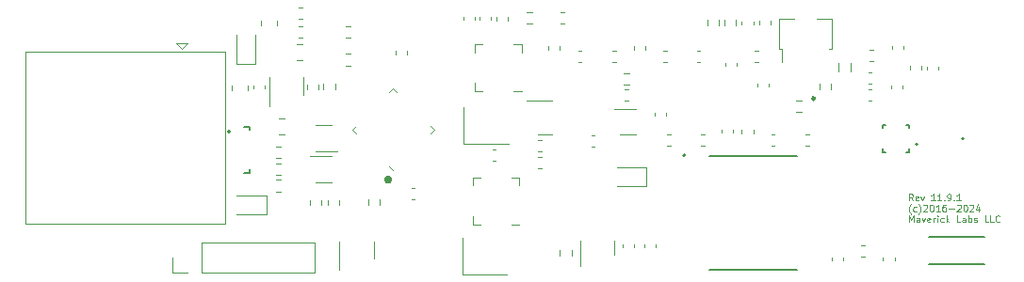
<source format=gbr>
%TF.GenerationSoftware,KiCad,Pcbnew,7.0.5-0*%
%TF.CreationDate,2024-02-03T13:41:04-08:00*%
%TF.ProjectId,transponder-11.9.1,7472616e-7370-46f6-9e64-65722d31312e,rev?*%
%TF.SameCoordinates,Original*%
%TF.FileFunction,Legend,Top*%
%TF.FilePolarity,Positive*%
%FSLAX46Y46*%
G04 Gerber Fmt 4.6, Leading zero omitted, Abs format (unit mm)*
G04 Created by KiCad (PCBNEW 7.0.5-0) date 2024-02-03 13:41:04*
%MOMM*%
%LPD*%
G01*
G04 APERTURE LIST*
%ADD10C,0.300000*%
%ADD11C,0.100000*%
%ADD12C,0.200000*%
%ADD13C,0.120000*%
%ADD14C,0.250000*%
%ADD15C,0.127000*%
%ADD16C,0.152400*%
G04 APERTURE END LIST*
D10*
X135600000Y-104900000D02*
G75*
G03*
X135600000Y-104900000I-200000J0D01*
G01*
D11*
X182551503Y-106789371D02*
X182351503Y-106503657D01*
X182208646Y-106789371D02*
X182208646Y-106189371D01*
X182208646Y-106189371D02*
X182437217Y-106189371D01*
X182437217Y-106189371D02*
X182494360Y-106217942D01*
X182494360Y-106217942D02*
X182522931Y-106246514D01*
X182522931Y-106246514D02*
X182551503Y-106303657D01*
X182551503Y-106303657D02*
X182551503Y-106389371D01*
X182551503Y-106389371D02*
X182522931Y-106446514D01*
X182522931Y-106446514D02*
X182494360Y-106475085D01*
X182494360Y-106475085D02*
X182437217Y-106503657D01*
X182437217Y-106503657D02*
X182208646Y-106503657D01*
X183037217Y-106760800D02*
X182980074Y-106789371D01*
X182980074Y-106789371D02*
X182865789Y-106789371D01*
X182865789Y-106789371D02*
X182808646Y-106760800D01*
X182808646Y-106760800D02*
X182780074Y-106703657D01*
X182780074Y-106703657D02*
X182780074Y-106475085D01*
X182780074Y-106475085D02*
X182808646Y-106417942D01*
X182808646Y-106417942D02*
X182865789Y-106389371D01*
X182865789Y-106389371D02*
X182980074Y-106389371D01*
X182980074Y-106389371D02*
X183037217Y-106417942D01*
X183037217Y-106417942D02*
X183065789Y-106475085D01*
X183065789Y-106475085D02*
X183065789Y-106532228D01*
X183065789Y-106532228D02*
X182780074Y-106589371D01*
X183265789Y-106389371D02*
X183408646Y-106789371D01*
X183408646Y-106789371D02*
X183551503Y-106389371D01*
X184551503Y-106789371D02*
X184208646Y-106789371D01*
X184380075Y-106789371D02*
X184380075Y-106189371D01*
X184380075Y-106189371D02*
X184322932Y-106275085D01*
X184322932Y-106275085D02*
X184265789Y-106332228D01*
X184265789Y-106332228D02*
X184208646Y-106360800D01*
X185122932Y-106789371D02*
X184780075Y-106789371D01*
X184951504Y-106789371D02*
X184951504Y-106189371D01*
X184951504Y-106189371D02*
X184894361Y-106275085D01*
X184894361Y-106275085D02*
X184837218Y-106332228D01*
X184837218Y-106332228D02*
X184780075Y-106360800D01*
X185380076Y-106732228D02*
X185408647Y-106760800D01*
X185408647Y-106760800D02*
X185380076Y-106789371D01*
X185380076Y-106789371D02*
X185351504Y-106760800D01*
X185351504Y-106760800D02*
X185380076Y-106732228D01*
X185380076Y-106732228D02*
X185380076Y-106789371D01*
X185694361Y-106789371D02*
X185808647Y-106789371D01*
X185808647Y-106789371D02*
X185865790Y-106760800D01*
X185865790Y-106760800D02*
X185894361Y-106732228D01*
X185894361Y-106732228D02*
X185951504Y-106646514D01*
X185951504Y-106646514D02*
X185980075Y-106532228D01*
X185980075Y-106532228D02*
X185980075Y-106303657D01*
X185980075Y-106303657D02*
X185951504Y-106246514D01*
X185951504Y-106246514D02*
X185922933Y-106217942D01*
X185922933Y-106217942D02*
X185865790Y-106189371D01*
X185865790Y-106189371D02*
X185751504Y-106189371D01*
X185751504Y-106189371D02*
X185694361Y-106217942D01*
X185694361Y-106217942D02*
X185665790Y-106246514D01*
X185665790Y-106246514D02*
X185637218Y-106303657D01*
X185637218Y-106303657D02*
X185637218Y-106446514D01*
X185637218Y-106446514D02*
X185665790Y-106503657D01*
X185665790Y-106503657D02*
X185694361Y-106532228D01*
X185694361Y-106532228D02*
X185751504Y-106560800D01*
X185751504Y-106560800D02*
X185865790Y-106560800D01*
X185865790Y-106560800D02*
X185922933Y-106532228D01*
X185922933Y-106532228D02*
X185951504Y-106503657D01*
X185951504Y-106503657D02*
X185980075Y-106446514D01*
X186237219Y-106732228D02*
X186265790Y-106760800D01*
X186265790Y-106760800D02*
X186237219Y-106789371D01*
X186237219Y-106789371D02*
X186208647Y-106760800D01*
X186208647Y-106760800D02*
X186237219Y-106732228D01*
X186237219Y-106732228D02*
X186237219Y-106789371D01*
X186837218Y-106789371D02*
X186494361Y-106789371D01*
X186665790Y-106789371D02*
X186665790Y-106189371D01*
X186665790Y-106189371D02*
X186608647Y-106275085D01*
X186608647Y-106275085D02*
X186551504Y-106332228D01*
X186551504Y-106332228D02*
X186494361Y-106360800D01*
X182380074Y-107983942D02*
X182351503Y-107955371D01*
X182351503Y-107955371D02*
X182294360Y-107869657D01*
X182294360Y-107869657D02*
X182265789Y-107812514D01*
X182265789Y-107812514D02*
X182237217Y-107726800D01*
X182237217Y-107726800D02*
X182208646Y-107583942D01*
X182208646Y-107583942D02*
X182208646Y-107469657D01*
X182208646Y-107469657D02*
X182237217Y-107326800D01*
X182237217Y-107326800D02*
X182265789Y-107241085D01*
X182265789Y-107241085D02*
X182294360Y-107183942D01*
X182294360Y-107183942D02*
X182351503Y-107098228D01*
X182351503Y-107098228D02*
X182380074Y-107069657D01*
X182865789Y-107726800D02*
X182808646Y-107755371D01*
X182808646Y-107755371D02*
X182694360Y-107755371D01*
X182694360Y-107755371D02*
X182637217Y-107726800D01*
X182637217Y-107726800D02*
X182608646Y-107698228D01*
X182608646Y-107698228D02*
X182580074Y-107641085D01*
X182580074Y-107641085D02*
X182580074Y-107469657D01*
X182580074Y-107469657D02*
X182608646Y-107412514D01*
X182608646Y-107412514D02*
X182637217Y-107383942D01*
X182637217Y-107383942D02*
X182694360Y-107355371D01*
X182694360Y-107355371D02*
X182808646Y-107355371D01*
X182808646Y-107355371D02*
X182865789Y-107383942D01*
X183065789Y-107983942D02*
X183094360Y-107955371D01*
X183094360Y-107955371D02*
X183151503Y-107869657D01*
X183151503Y-107869657D02*
X183180075Y-107812514D01*
X183180075Y-107812514D02*
X183208646Y-107726800D01*
X183208646Y-107726800D02*
X183237217Y-107583942D01*
X183237217Y-107583942D02*
X183237217Y-107469657D01*
X183237217Y-107469657D02*
X183208646Y-107326800D01*
X183208646Y-107326800D02*
X183180075Y-107241085D01*
X183180075Y-107241085D02*
X183151503Y-107183942D01*
X183151503Y-107183942D02*
X183094360Y-107098228D01*
X183094360Y-107098228D02*
X183065789Y-107069657D01*
X183494360Y-107212514D02*
X183522932Y-107183942D01*
X183522932Y-107183942D02*
X183580075Y-107155371D01*
X183580075Y-107155371D02*
X183722932Y-107155371D01*
X183722932Y-107155371D02*
X183780075Y-107183942D01*
X183780075Y-107183942D02*
X183808646Y-107212514D01*
X183808646Y-107212514D02*
X183837217Y-107269657D01*
X183837217Y-107269657D02*
X183837217Y-107326800D01*
X183837217Y-107326800D02*
X183808646Y-107412514D01*
X183808646Y-107412514D02*
X183465789Y-107755371D01*
X183465789Y-107755371D02*
X183837217Y-107755371D01*
X184208646Y-107155371D02*
X184265789Y-107155371D01*
X184265789Y-107155371D02*
X184322932Y-107183942D01*
X184322932Y-107183942D02*
X184351504Y-107212514D01*
X184351504Y-107212514D02*
X184380075Y-107269657D01*
X184380075Y-107269657D02*
X184408646Y-107383942D01*
X184408646Y-107383942D02*
X184408646Y-107526800D01*
X184408646Y-107526800D02*
X184380075Y-107641085D01*
X184380075Y-107641085D02*
X184351504Y-107698228D01*
X184351504Y-107698228D02*
X184322932Y-107726800D01*
X184322932Y-107726800D02*
X184265789Y-107755371D01*
X184265789Y-107755371D02*
X184208646Y-107755371D01*
X184208646Y-107755371D02*
X184151504Y-107726800D01*
X184151504Y-107726800D02*
X184122932Y-107698228D01*
X184122932Y-107698228D02*
X184094361Y-107641085D01*
X184094361Y-107641085D02*
X184065789Y-107526800D01*
X184065789Y-107526800D02*
X184065789Y-107383942D01*
X184065789Y-107383942D02*
X184094361Y-107269657D01*
X184094361Y-107269657D02*
X184122932Y-107212514D01*
X184122932Y-107212514D02*
X184151504Y-107183942D01*
X184151504Y-107183942D02*
X184208646Y-107155371D01*
X184980075Y-107755371D02*
X184637218Y-107755371D01*
X184808647Y-107755371D02*
X184808647Y-107155371D01*
X184808647Y-107155371D02*
X184751504Y-107241085D01*
X184751504Y-107241085D02*
X184694361Y-107298228D01*
X184694361Y-107298228D02*
X184637218Y-107326800D01*
X185494362Y-107155371D02*
X185380076Y-107155371D01*
X185380076Y-107155371D02*
X185322933Y-107183942D01*
X185322933Y-107183942D02*
X185294362Y-107212514D01*
X185294362Y-107212514D02*
X185237219Y-107298228D01*
X185237219Y-107298228D02*
X185208647Y-107412514D01*
X185208647Y-107412514D02*
X185208647Y-107641085D01*
X185208647Y-107641085D02*
X185237219Y-107698228D01*
X185237219Y-107698228D02*
X185265790Y-107726800D01*
X185265790Y-107726800D02*
X185322933Y-107755371D01*
X185322933Y-107755371D02*
X185437219Y-107755371D01*
X185437219Y-107755371D02*
X185494362Y-107726800D01*
X185494362Y-107726800D02*
X185522933Y-107698228D01*
X185522933Y-107698228D02*
X185551504Y-107641085D01*
X185551504Y-107641085D02*
X185551504Y-107498228D01*
X185551504Y-107498228D02*
X185522933Y-107441085D01*
X185522933Y-107441085D02*
X185494362Y-107412514D01*
X185494362Y-107412514D02*
X185437219Y-107383942D01*
X185437219Y-107383942D02*
X185322933Y-107383942D01*
X185322933Y-107383942D02*
X185265790Y-107412514D01*
X185265790Y-107412514D02*
X185237219Y-107441085D01*
X185237219Y-107441085D02*
X185208647Y-107498228D01*
X185808648Y-107526800D02*
X186265791Y-107526800D01*
X186522933Y-107212514D02*
X186551505Y-107183942D01*
X186551505Y-107183942D02*
X186608648Y-107155371D01*
X186608648Y-107155371D02*
X186751505Y-107155371D01*
X186751505Y-107155371D02*
X186808648Y-107183942D01*
X186808648Y-107183942D02*
X186837219Y-107212514D01*
X186837219Y-107212514D02*
X186865790Y-107269657D01*
X186865790Y-107269657D02*
X186865790Y-107326800D01*
X186865790Y-107326800D02*
X186837219Y-107412514D01*
X186837219Y-107412514D02*
X186494362Y-107755371D01*
X186494362Y-107755371D02*
X186865790Y-107755371D01*
X187237219Y-107155371D02*
X187294362Y-107155371D01*
X187294362Y-107155371D02*
X187351505Y-107183942D01*
X187351505Y-107183942D02*
X187380077Y-107212514D01*
X187380077Y-107212514D02*
X187408648Y-107269657D01*
X187408648Y-107269657D02*
X187437219Y-107383942D01*
X187437219Y-107383942D02*
X187437219Y-107526800D01*
X187437219Y-107526800D02*
X187408648Y-107641085D01*
X187408648Y-107641085D02*
X187380077Y-107698228D01*
X187380077Y-107698228D02*
X187351505Y-107726800D01*
X187351505Y-107726800D02*
X187294362Y-107755371D01*
X187294362Y-107755371D02*
X187237219Y-107755371D01*
X187237219Y-107755371D02*
X187180077Y-107726800D01*
X187180077Y-107726800D02*
X187151505Y-107698228D01*
X187151505Y-107698228D02*
X187122934Y-107641085D01*
X187122934Y-107641085D02*
X187094362Y-107526800D01*
X187094362Y-107526800D02*
X187094362Y-107383942D01*
X187094362Y-107383942D02*
X187122934Y-107269657D01*
X187122934Y-107269657D02*
X187151505Y-107212514D01*
X187151505Y-107212514D02*
X187180077Y-107183942D01*
X187180077Y-107183942D02*
X187237219Y-107155371D01*
X187665791Y-107212514D02*
X187694363Y-107183942D01*
X187694363Y-107183942D02*
X187751506Y-107155371D01*
X187751506Y-107155371D02*
X187894363Y-107155371D01*
X187894363Y-107155371D02*
X187951506Y-107183942D01*
X187951506Y-107183942D02*
X187980077Y-107212514D01*
X187980077Y-107212514D02*
X188008648Y-107269657D01*
X188008648Y-107269657D02*
X188008648Y-107326800D01*
X188008648Y-107326800D02*
X187980077Y-107412514D01*
X187980077Y-107412514D02*
X187637220Y-107755371D01*
X187637220Y-107755371D02*
X188008648Y-107755371D01*
X188522935Y-107355371D02*
X188522935Y-107755371D01*
X188380077Y-107126800D02*
X188237220Y-107555371D01*
X188237220Y-107555371D02*
X188608649Y-107555371D01*
X182208646Y-108721371D02*
X182208646Y-108121371D01*
X182208646Y-108121371D02*
X182408646Y-108549942D01*
X182408646Y-108549942D02*
X182608646Y-108121371D01*
X182608646Y-108121371D02*
X182608646Y-108721371D01*
X183151503Y-108721371D02*
X183151503Y-108407085D01*
X183151503Y-108407085D02*
X183122931Y-108349942D01*
X183122931Y-108349942D02*
X183065788Y-108321371D01*
X183065788Y-108321371D02*
X182951503Y-108321371D01*
X182951503Y-108321371D02*
X182894360Y-108349942D01*
X183151503Y-108692800D02*
X183094360Y-108721371D01*
X183094360Y-108721371D02*
X182951503Y-108721371D01*
X182951503Y-108721371D02*
X182894360Y-108692800D01*
X182894360Y-108692800D02*
X182865788Y-108635657D01*
X182865788Y-108635657D02*
X182865788Y-108578514D01*
X182865788Y-108578514D02*
X182894360Y-108521371D01*
X182894360Y-108521371D02*
X182951503Y-108492800D01*
X182951503Y-108492800D02*
X183094360Y-108492800D01*
X183094360Y-108492800D02*
X183151503Y-108464228D01*
X183380074Y-108321371D02*
X183522931Y-108721371D01*
X183522931Y-108721371D02*
X183665788Y-108321371D01*
X184122931Y-108692800D02*
X184065788Y-108721371D01*
X184065788Y-108721371D02*
X183951503Y-108721371D01*
X183951503Y-108721371D02*
X183894360Y-108692800D01*
X183894360Y-108692800D02*
X183865788Y-108635657D01*
X183865788Y-108635657D02*
X183865788Y-108407085D01*
X183865788Y-108407085D02*
X183894360Y-108349942D01*
X183894360Y-108349942D02*
X183951503Y-108321371D01*
X183951503Y-108321371D02*
X184065788Y-108321371D01*
X184065788Y-108321371D02*
X184122931Y-108349942D01*
X184122931Y-108349942D02*
X184151503Y-108407085D01*
X184151503Y-108407085D02*
X184151503Y-108464228D01*
X184151503Y-108464228D02*
X183865788Y-108521371D01*
X184408646Y-108721371D02*
X184408646Y-108321371D01*
X184408646Y-108435657D02*
X184437217Y-108378514D01*
X184437217Y-108378514D02*
X184465789Y-108349942D01*
X184465789Y-108349942D02*
X184522931Y-108321371D01*
X184522931Y-108321371D02*
X184580074Y-108321371D01*
X184780075Y-108721371D02*
X184780075Y-108321371D01*
X184780075Y-108121371D02*
X184751503Y-108149942D01*
X184751503Y-108149942D02*
X184780075Y-108178514D01*
X184780075Y-108178514D02*
X184808646Y-108149942D01*
X184808646Y-108149942D02*
X184780075Y-108121371D01*
X184780075Y-108121371D02*
X184780075Y-108178514D01*
X185322932Y-108692800D02*
X185265789Y-108721371D01*
X185265789Y-108721371D02*
X185151503Y-108721371D01*
X185151503Y-108721371D02*
X185094360Y-108692800D01*
X185094360Y-108692800D02*
X185065789Y-108664228D01*
X185065789Y-108664228D02*
X185037217Y-108607085D01*
X185037217Y-108607085D02*
X185037217Y-108435657D01*
X185037217Y-108435657D02*
X185065789Y-108378514D01*
X185065789Y-108378514D02*
X185094360Y-108349942D01*
X185094360Y-108349942D02*
X185151503Y-108321371D01*
X185151503Y-108321371D02*
X185265789Y-108321371D01*
X185265789Y-108321371D02*
X185322932Y-108349942D01*
X185580075Y-108721371D02*
X185580075Y-108121371D01*
X185637218Y-108492800D02*
X185808646Y-108721371D01*
X185808646Y-108321371D02*
X185580075Y-108549942D01*
X186808646Y-108721371D02*
X186522932Y-108721371D01*
X186522932Y-108721371D02*
X186522932Y-108121371D01*
X187265789Y-108721371D02*
X187265789Y-108407085D01*
X187265789Y-108407085D02*
X187237217Y-108349942D01*
X187237217Y-108349942D02*
X187180074Y-108321371D01*
X187180074Y-108321371D02*
X187065789Y-108321371D01*
X187065789Y-108321371D02*
X187008646Y-108349942D01*
X187265789Y-108692800D02*
X187208646Y-108721371D01*
X187208646Y-108721371D02*
X187065789Y-108721371D01*
X187065789Y-108721371D02*
X187008646Y-108692800D01*
X187008646Y-108692800D02*
X186980074Y-108635657D01*
X186980074Y-108635657D02*
X186980074Y-108578514D01*
X186980074Y-108578514D02*
X187008646Y-108521371D01*
X187008646Y-108521371D02*
X187065789Y-108492800D01*
X187065789Y-108492800D02*
X187208646Y-108492800D01*
X187208646Y-108492800D02*
X187265789Y-108464228D01*
X187551503Y-108721371D02*
X187551503Y-108121371D01*
X187551503Y-108349942D02*
X187608646Y-108321371D01*
X187608646Y-108321371D02*
X187722931Y-108321371D01*
X187722931Y-108321371D02*
X187780074Y-108349942D01*
X187780074Y-108349942D02*
X187808646Y-108378514D01*
X187808646Y-108378514D02*
X187837217Y-108435657D01*
X187837217Y-108435657D02*
X187837217Y-108607085D01*
X187837217Y-108607085D02*
X187808646Y-108664228D01*
X187808646Y-108664228D02*
X187780074Y-108692800D01*
X187780074Y-108692800D02*
X187722931Y-108721371D01*
X187722931Y-108721371D02*
X187608646Y-108721371D01*
X187608646Y-108721371D02*
X187551503Y-108692800D01*
X188065788Y-108692800D02*
X188122931Y-108721371D01*
X188122931Y-108721371D02*
X188237217Y-108721371D01*
X188237217Y-108721371D02*
X188294360Y-108692800D01*
X188294360Y-108692800D02*
X188322931Y-108635657D01*
X188322931Y-108635657D02*
X188322931Y-108607085D01*
X188322931Y-108607085D02*
X188294360Y-108549942D01*
X188294360Y-108549942D02*
X188237217Y-108521371D01*
X188237217Y-108521371D02*
X188151503Y-108521371D01*
X188151503Y-108521371D02*
X188094360Y-108492800D01*
X188094360Y-108492800D02*
X188065788Y-108435657D01*
X188065788Y-108435657D02*
X188065788Y-108407085D01*
X188065788Y-108407085D02*
X188094360Y-108349942D01*
X188094360Y-108349942D02*
X188151503Y-108321371D01*
X188151503Y-108321371D02*
X188237217Y-108321371D01*
X188237217Y-108321371D02*
X188294360Y-108349942D01*
X189322931Y-108721371D02*
X189037217Y-108721371D01*
X189037217Y-108721371D02*
X189037217Y-108121371D01*
X189808645Y-108721371D02*
X189522931Y-108721371D01*
X189522931Y-108721371D02*
X189522931Y-108121371D01*
X190351502Y-108664228D02*
X190322930Y-108692800D01*
X190322930Y-108692800D02*
X190237216Y-108721371D01*
X190237216Y-108721371D02*
X190180073Y-108721371D01*
X190180073Y-108721371D02*
X190094359Y-108692800D01*
X190094359Y-108692800D02*
X190037216Y-108635657D01*
X190037216Y-108635657D02*
X190008645Y-108578514D01*
X190008645Y-108578514D02*
X189980073Y-108464228D01*
X189980073Y-108464228D02*
X189980073Y-108378514D01*
X189980073Y-108378514D02*
X190008645Y-108264228D01*
X190008645Y-108264228D02*
X190037216Y-108207085D01*
X190037216Y-108207085D02*
X190094359Y-108149942D01*
X190094359Y-108149942D02*
X190180073Y-108121371D01*
X190180073Y-108121371D02*
X190237216Y-108121371D01*
X190237216Y-108121371D02*
X190322930Y-108149942D01*
X190322930Y-108149942D02*
X190351502Y-108178514D01*
D12*
%TO.C,J3*%
X187127500Y-101200000D02*
G75*
G03*
X187127500Y-101200000I-100000J0D01*
G01*
D13*
%TO.C,C35*%
X137060000Y-93309420D02*
X137060000Y-93590580D01*
X136040000Y-93309420D02*
X136040000Y-93590580D01*
%TO.C,C6*%
X166410000Y-100409420D02*
X166410000Y-100690580D01*
X165390000Y-100409420D02*
X165390000Y-100690580D01*
%TO.C,U3*%
X156250000Y-100860000D02*
X157650000Y-100860000D01*
X157650000Y-98540000D02*
X155750000Y-98540000D01*
%TO.C,C15*%
X184860000Y-94684420D02*
X184860000Y-94965580D01*
X183840000Y-94684420D02*
X183840000Y-94965580D01*
D14*
%TO.C,IC1*%
X173750000Y-97575000D02*
G75*
G03*
X173750000Y-97575000I-125000J0D01*
G01*
D13*
%TO.C,C19*%
X167190000Y-90915580D02*
X167190000Y-90634420D01*
X168210000Y-90915580D02*
X168210000Y-90634420D01*
%TO.C,C21*%
X152484420Y-93290000D02*
X152765580Y-93290000D01*
X152484420Y-94310000D02*
X152765580Y-94310000D01*
%TO.C,C27*%
X123290000Y-96715580D02*
X123290000Y-96434420D01*
X124310000Y-96715580D02*
X124310000Y-96434420D01*
%TO.C,L13*%
X125435000Y-90572936D02*
X125435000Y-91027064D01*
X123965000Y-90572936D02*
X123965000Y-91027064D01*
%TO.C,C16*%
X181610000Y-96384420D02*
X181610000Y-96665580D01*
X180590000Y-96384420D02*
X180590000Y-96665580D01*
D15*
%TO.C,U8*%
X182240000Y-102400000D02*
X182240000Y-102130000D01*
X182240000Y-102400000D02*
X181970000Y-102400000D01*
X182240000Y-100000000D02*
X182240000Y-100270000D01*
X182240000Y-100000000D02*
X181970000Y-100000000D01*
X179840000Y-102400000D02*
X180110000Y-102400000D01*
X179840000Y-102400000D02*
X179840000Y-102130000D01*
X179840000Y-100000000D02*
X180110000Y-100000000D01*
X179840000Y-100000000D02*
X179840000Y-100270000D01*
D12*
X183010000Y-101700000D02*
G75*
G03*
X183010000Y-101700000I-100000J0D01*
G01*
D13*
%TO.C,C20*%
X151215580Y-90810000D02*
X150934420Y-90810000D01*
X151215580Y-89790000D02*
X150934420Y-89790000D01*
%TO.C,C1*%
X153659420Y-100890000D02*
X153940580Y-100890000D01*
X153659420Y-101910000D02*
X153940580Y-101910000D01*
%TO.C,L4*%
X175840000Y-95162122D02*
X175840000Y-94362878D01*
X176960000Y-95162122D02*
X176960000Y-94362878D01*
%TO.C,C9*%
X144660000Y-90234420D02*
X144660000Y-90515580D01*
X143640000Y-90234420D02*
X143640000Y-90515580D01*
%TO.C,R5*%
X174177500Y-96762258D02*
X174177500Y-96287742D01*
X175222500Y-96762258D02*
X175222500Y-96287742D01*
%TO.C,C23*%
X178865580Y-97810000D02*
X178584420Y-97810000D01*
X178865580Y-96790000D02*
X178584420Y-96790000D01*
%TO.C,C14*%
X181710000Y-92834420D02*
X181710000Y-93115580D01*
X180690000Y-92834420D02*
X180690000Y-93115580D01*
%TO.C,C3*%
X156684420Y-96790000D02*
X156965580Y-96790000D01*
X156684420Y-97810000D02*
X156965580Y-97810000D01*
%TO.C,C18*%
X163184420Y-93290000D02*
X163465580Y-93290000D01*
X163184420Y-94310000D02*
X163465580Y-94310000D01*
%TO.C,C17*%
X165690000Y-94665580D02*
X165690000Y-94384420D01*
X166710000Y-94665580D02*
X166710000Y-94384420D01*
%TO.C,R17*%
X128377500Y-107212258D02*
X128377500Y-106737742D01*
X129422500Y-107212258D02*
X129422500Y-106737742D01*
%TO.C,R7*%
X128120314Y-96771773D02*
X128120314Y-96297257D01*
X129165314Y-96771773D02*
X129165314Y-96297257D01*
%TO.C,Y2*%
X142100000Y-110150000D02*
X142100000Y-113450000D01*
X142100000Y-113450000D02*
X146100000Y-113450000D01*
%TO.C,U9*%
X128900000Y-105110000D02*
X130300000Y-105110000D01*
X130300000Y-102790000D02*
X128400000Y-102790000D01*
%TO.C,L9*%
X149790000Y-93175279D02*
X149790000Y-92849721D01*
X150810000Y-93175279D02*
X150810000Y-92849721D01*
%TO.C,L12*%
X122810000Y-96385436D02*
X122810000Y-96839564D01*
X121340000Y-96385436D02*
X121340000Y-96839564D01*
%TO.C,L11*%
X160149721Y-93290000D02*
X160475279Y-93290000D01*
X160149721Y-94310000D02*
X160475279Y-94310000D01*
%TO.C,Q7*%
X149500000Y-97740000D02*
X147825000Y-97740000D01*
X149500000Y-97740000D02*
X150150000Y-97740000D01*
X149500000Y-100860000D02*
X148850000Y-100860000D01*
X149500000Y-100860000D02*
X150150000Y-100860000D01*
%TO.C,L7*%
X168324721Y-93290000D02*
X168650279Y-93290000D01*
X168324721Y-94310000D02*
X168650279Y-94310000D01*
%TO.C,D1*%
X121750000Y-94510000D02*
X123450000Y-94510000D01*
X121750000Y-94510000D02*
X121750000Y-91850000D01*
X123450000Y-94510000D02*
X123450000Y-91850000D01*
%TO.C,C7*%
X149165580Y-102310000D02*
X148884420Y-102310000D01*
X149165580Y-101290000D02*
X148884420Y-101290000D01*
%TO.C,R2*%
X166672500Y-90512742D02*
X166672500Y-90987258D01*
X165627500Y-90512742D02*
X165627500Y-90987258D01*
%TO.C,L1*%
X160499721Y-100840000D02*
X160825279Y-100840000D01*
X160499721Y-101860000D02*
X160825279Y-101860000D01*
%TO.C,C25*%
X127665580Y-90410000D02*
X127384420Y-90410000D01*
X127665580Y-89390000D02*
X127384420Y-89390000D01*
%TO.C,J2*%
X115995000Y-113230000D02*
X115995000Y-111900000D01*
X117325000Y-113230000D02*
X115995000Y-113230000D01*
X118595000Y-113230000D02*
X128815000Y-113230000D01*
X118595000Y-113230000D02*
X118595000Y-110570000D01*
X128815000Y-113230000D02*
X128815000Y-110570000D01*
X118595000Y-110570000D02*
X128815000Y-110570000D01*
%TO.C,Q2*%
X152640000Y-111037500D02*
X152640000Y-112712500D01*
X152640000Y-111037500D02*
X152640000Y-110387500D01*
X155760000Y-111037500D02*
X155760000Y-111687500D01*
X155760000Y-111037500D02*
X155760000Y-110387500D01*
%TO.C,C30*%
X156490000Y-111015580D02*
X156490000Y-110734420D01*
X157510000Y-111015580D02*
X157510000Y-110734420D01*
%TO.C,L8*%
X168740000Y-90912779D02*
X168740000Y-90587221D01*
X169760000Y-90912779D02*
X169760000Y-90587221D01*
%TO.C,R8*%
X129577500Y-96762258D02*
X129577500Y-96287742D01*
X130622500Y-96762258D02*
X130622500Y-96287742D01*
D15*
%TO.C,U4*%
X164250000Y-102775000D02*
X172150000Y-102775000D01*
X164250000Y-113025000D02*
X172150000Y-113025000D01*
D12*
X162100000Y-102700000D02*
G75*
G03*
X162100000Y-102700000I-100000J0D01*
G01*
D16*
%TO.C,CR1*%
X122416089Y-100142599D02*
X122947699Y-100142599D01*
X122947699Y-100142599D02*
X122947699Y-100414859D01*
X122947699Y-103985139D02*
X122947699Y-104257399D01*
X122947699Y-104257399D02*
X122416089Y-104257399D01*
X121217399Y-100600000D02*
G75*
G03*
X121217399Y-100600000I-127000J0D01*
G01*
D13*
%TO.C,Y1*%
X142200000Y-98350000D02*
X142200000Y-101650000D01*
X142200000Y-101650000D02*
X146200000Y-101650000D01*
%TO.C,C31*%
X158390000Y-111015580D02*
X158390000Y-110734420D01*
X159410000Y-111015580D02*
X159410000Y-110734420D01*
%TO.C,J1*%
X117350000Y-92650000D02*
X116350000Y-92650000D01*
X116350000Y-92650000D02*
X116850000Y-93150000D01*
X116850000Y-93150000D02*
X117350000Y-92650000D01*
X120730000Y-93335000D02*
X102770000Y-93335000D01*
X102770000Y-93335000D02*
X102770000Y-108855000D01*
X120730000Y-108855000D02*
X120730000Y-93335000D01*
X120730000Y-108855000D02*
X102770000Y-108855000D01*
%TO.C,C5*%
X169859420Y-100790000D02*
X170140580Y-100790000D01*
X169859420Y-101810000D02*
X170140580Y-101810000D01*
%TO.C,R11*%
X131022500Y-106737742D02*
X131022500Y-107212258D01*
X129977500Y-106737742D02*
X129977500Y-107212258D01*
%TO.C,R1*%
X157062258Y-96322500D02*
X156587742Y-96322500D01*
X157062258Y-95277500D02*
X156587742Y-95277500D01*
%TO.C,L3*%
X168210000Y-100387221D02*
X168210000Y-100712779D01*
X167190000Y-100387221D02*
X167190000Y-100712779D01*
%TO.C,R6*%
X172562258Y-98822500D02*
X172087742Y-98822500D01*
X172562258Y-97777500D02*
X172087742Y-97777500D01*
%TO.C,C4*%
X163815580Y-101860000D02*
X163534420Y-101860000D01*
X163815580Y-100840000D02*
X163534420Y-100840000D01*
%TO.C,D4*%
X158610000Y-105450000D02*
X158610000Y-103750000D01*
X158610000Y-105450000D02*
X155950000Y-105450000D01*
X158610000Y-103750000D02*
X155950000Y-103750000D01*
%TO.C,C10*%
X143160000Y-90234420D02*
X143160000Y-90515580D01*
X142140000Y-90234420D02*
X142140000Y-90515580D01*
%TO.C,R12*%
X131562742Y-91077500D02*
X132037258Y-91077500D01*
X131562742Y-92122500D02*
X132037258Y-92122500D01*
%TO.C,C34*%
X137765580Y-106635000D02*
X137484420Y-106635000D01*
X137765580Y-105615000D02*
X137484420Y-105615000D01*
%TO.C,U5*%
X139530087Y-100386136D02*
X139194212Y-100722012D01*
X135503114Y-103741358D02*
X135838990Y-104077233D01*
X139194212Y-100050260D02*
X139530087Y-100386136D01*
X132483768Y-100722012D02*
X132147893Y-100386136D01*
X136174866Y-97030914D02*
X135838990Y-96695039D01*
X132147893Y-100386136D02*
X132483768Y-100050260D01*
X135838990Y-96695039D02*
X135503114Y-97030914D01*
%TO.C,C22*%
X158510000Y-92884420D02*
X158510000Y-93165580D01*
X157490000Y-92884420D02*
X157490000Y-93165580D01*
%TO.C,R14*%
X125312742Y-101927500D02*
X125787258Y-101927500D01*
X125312742Y-102972500D02*
X125787258Y-102972500D01*
%TO.C,R15*%
X125312742Y-103427500D02*
X125787258Y-103427500D01*
X125312742Y-104472500D02*
X125787258Y-104472500D01*
%TO.C,C32*%
X175290000Y-112165580D02*
X175290000Y-111884420D01*
X176310000Y-112165580D02*
X176310000Y-111884420D01*
%TO.C,C29*%
X127188748Y-92665000D02*
X127711252Y-92665000D01*
X127188748Y-94135000D02*
X127711252Y-94135000D01*
%TO.C,C28*%
X125588748Y-99365000D02*
X126111252Y-99365000D01*
X125588748Y-100835000D02*
X126111252Y-100835000D01*
%TO.C,L5*%
X178699721Y-93215000D02*
X179025279Y-93215000D01*
X178699721Y-94235000D02*
X179025279Y-94235000D01*
%TO.C,U10*%
X130300000Y-99990000D02*
X128900000Y-99990000D01*
X128900000Y-102310000D02*
X130800000Y-102310000D01*
%TO.C,U1*%
X147385000Y-92690000D02*
X147385000Y-93415000D01*
X146660000Y-96910000D02*
X147385000Y-96910000D01*
X146660000Y-92690000D02*
X147385000Y-92690000D01*
X143890000Y-96910000D02*
X143165000Y-96910000D01*
X143890000Y-92690000D02*
X143165000Y-92690000D01*
X143165000Y-96910000D02*
X143165000Y-96185000D01*
X143165000Y-92690000D02*
X143165000Y-93415000D01*
%TO.C,R16*%
X125312742Y-104902500D02*
X125787258Y-104902500D01*
X125312742Y-105947500D02*
X125787258Y-105947500D01*
%TO.C,D3*%
X124460000Y-108050000D02*
X124460000Y-106350000D01*
X124460000Y-108050000D02*
X121800000Y-108050000D01*
X124460000Y-106350000D02*
X121800000Y-106350000D01*
%TO.C,L6*%
X183310000Y-94637221D02*
X183310000Y-94962779D01*
X182290000Y-94637221D02*
X182290000Y-94962779D01*
%TO.C,C2*%
X160360000Y-98884420D02*
X160360000Y-99165580D01*
X159340000Y-98884420D02*
X159340000Y-99165580D01*
%TO.C,C11*%
X144759420Y-102190000D02*
X145040580Y-102190000D01*
X144759420Y-103210000D02*
X145040580Y-103210000D01*
%TO.C,L2*%
X172937221Y-100790000D02*
X173262779Y-100790000D01*
X172937221Y-101810000D02*
X173262779Y-101810000D01*
%TO.C,U6*%
X124690000Y-96462500D02*
X124690000Y-98262500D01*
X124690000Y-96462500D02*
X124690000Y-95662500D01*
X127810000Y-96462500D02*
X127810000Y-97262500D01*
X127810000Y-96462500D02*
X127810000Y-95662500D01*
%TO.C,R13*%
X131562742Y-93577500D02*
X132037258Y-93577500D01*
X131562742Y-94622500D02*
X132037258Y-94622500D01*
%TO.C,R9*%
X151872500Y-111237742D02*
X151872500Y-111712258D01*
X150827500Y-111237742D02*
X150827500Y-111712258D01*
%TO.C,R3*%
X164077500Y-90987258D02*
X164077500Y-90512742D01*
X165122500Y-90987258D02*
X165122500Y-90512742D01*
%TO.C,C8*%
X146160000Y-90259420D02*
X146160000Y-90540580D01*
X145140000Y-90259420D02*
X145140000Y-90540580D01*
D16*
%TO.C,AE1*%
X184026250Y-112531900D02*
X188973750Y-112531900D01*
X188973750Y-110068100D02*
X184026250Y-110068100D01*
D13*
%TO.C,U7*%
X130990000Y-111237500D02*
X130990000Y-113037500D01*
X130990000Y-111237500D02*
X130990000Y-110437500D01*
X134110000Y-111237500D02*
X134110000Y-112037500D01*
X134110000Y-111237500D02*
X134110000Y-110437500D01*
%TO.C,C33*%
X179890000Y-112165580D02*
X179890000Y-111884420D01*
X180910000Y-112165580D02*
X180910000Y-111884420D01*
%TO.C,U2*%
X147210000Y-104690000D02*
X147210000Y-105415000D01*
X146485000Y-108910000D02*
X147210000Y-108910000D01*
X146485000Y-104690000D02*
X147210000Y-104690000D01*
X143715000Y-108910000D02*
X142990000Y-108910000D01*
X143715000Y-104690000D02*
X142990000Y-104690000D01*
X142990000Y-108910000D02*
X142990000Y-108185000D01*
X142990000Y-104690000D02*
X142990000Y-105415000D01*
%TO.C,L10*%
X155549721Y-93290000D02*
X155875279Y-93290000D01*
X155549721Y-94310000D02*
X155875279Y-94310000D01*
%TO.C,Q1*%
X170770000Y-94300000D02*
X170770000Y-93160000D01*
X170540000Y-93160000D02*
X170770000Y-93160000D01*
X170540000Y-93160000D02*
X170540000Y-90440000D01*
X175260000Y-93160000D02*
X175030000Y-93160000D01*
X170540000Y-90440000D02*
X171850000Y-90440000D01*
X173950000Y-90440000D02*
X175260000Y-90440000D01*
X175260000Y-90440000D02*
X175260000Y-93160000D01*
%TO.C,C24*%
X169610000Y-96259420D02*
X169610000Y-96540580D01*
X168590000Y-96259420D02*
X168590000Y-96540580D01*
%TO.C,C12*%
X149165580Y-103860000D02*
X148884420Y-103860000D01*
X149165580Y-102840000D02*
X148884420Y-102840000D01*
%TO.C,C26*%
X127665580Y-92110000D02*
X127384420Y-92110000D01*
X127665580Y-91090000D02*
X127384420Y-91090000D01*
%TO.C,R4*%
X147837742Y-89777500D02*
X148312258Y-89777500D01*
X147837742Y-90822500D02*
X148312258Y-90822500D01*
%TO.C,R10*%
X134672500Y-106662742D02*
X134672500Y-107137258D01*
X133627500Y-106662742D02*
X133627500Y-107137258D01*
%TO.C,C13*%
X178865580Y-96285000D02*
X178584420Y-96285000D01*
X178865580Y-95265000D02*
X178584420Y-95265000D01*
%TO.C,L14*%
X178262779Y-111810000D02*
X177937221Y-111810000D01*
X178262779Y-110790000D02*
X177937221Y-110790000D01*
%TD*%
M02*

</source>
